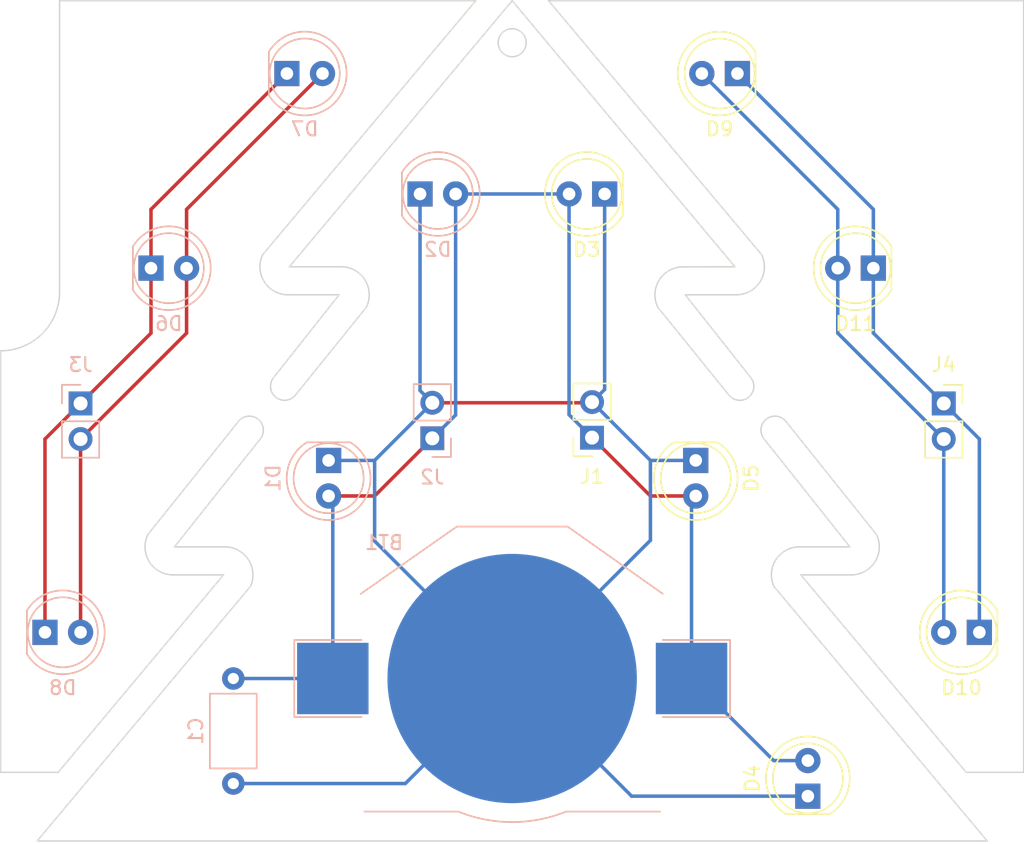
<source format=kicad_pcb>
(kicad_pcb (version 20211014) (generator pcbnew)
  (layers (0 "F.Cu" signal) (31 "B.Cu" signal) (34 "B.Paste" user) (35 "F.Paste" user) (36 "B.SilkS" user "B.Silkscreen") (37 "F.SilkS" user "F.Silkscreen") (38 "B.Mask" user) (39 "F.Mask" user) (44 "Edge.Cuts" user))
  (net 0 "")
  (net 1 "Net-(BT1-Pad1)")
  (net 2 "Net-(BT1-Pad2)")
  (net 3 "Net-(D6-Pad1)")
  (net 4 "Net-(D6-Pad2)")
  (net 5 "Net-(D10-Pad1)")
  (net 6 "Net-(D10-Pad2)")
  (footprint "Connector:mouse-bite-2mm-slot" (layer "F.Cu") (at 77 129.7 -128.7)
    (fp_text reference "mouse-bite-2mm-slot" hide)
    (fp_text value "VAL**" hide)
    (fp_arc (start 2 1) (mid 1 0) (end 2 -1) (layer "Edge.Cuts") (width 0.1))
    (fp_arc (start -2 -1) (mid -1 0) (end -2 1) (layer "Edge.Cuts") (width 0.1))
    (pad "" np_thru_hole circle (at 0.75 0.75 231.3) (size 0.5 0.5) (drill 0.5) (layers F&B.Cu *.Mask))
    (pad "" np_thru_hole circle (at 0.75 -0.75 231.3) (size 0.5 0.5) (drill 0.5) (layers F&B.Cu *.Mask))
    (pad "" np_thru_hole circle (at 0 0.75 231.3) (size 0.5 0.5) (drill 0.5) (layers F&B.Cu *.Mask))
    (pad "" np_thru_hole circle (at 0 -0.75 231.3) (size 0.5 0.5) (drill 0.5) (layers F&B.Cu *.Mask))
    (pad "" np_thru_hole circle (at -0.75 0.75 231.3) (size 0.5 0.5) (drill 0.5) (layers F&B.Cu *.Mask))
    (pad "" np_thru_hole circle (at -0.75 -0.75 231.3) (size 0.5 0.5) (drill 0.5) (layers F&B.Cu *.Mask))
  )
  (footprint "LED_THT:LED_D5.0mm" (layer "F.Cu") (at 115.6 157.4 90)
    (fp_text reference "D4" (at 1.27 -3.96 90) (layer "F.SilkS"))
    (fp_text value "LED")
    (fp_line (start -1.29 -1.545) (end -1.29 1.545) (layer "F.SilkS") (width 0.12))
    (fp_arc (start -1.29 -1.54483) (mid 2.072002 -2.880433) (end 4.26 0.000462) (layer "F.SilkS") (width 0.12))
    (fp_arc (start 4.26 -0.000462) (mid 2.072002 2.880433) (end -1.29 1.54483) (layer "F.SilkS") (width 0.12))
    (fp_circle (center 1.27 0) (end 3.77 0) (layer "F.SilkS") (width 0.12) (fill none))
    (pad "1" thru_hole rect (at 0 0 90) (size 1.8 1.8) (drill 0.9) (layers *.Cu *.Mask) (net 2 "Net-(BT1-Pad2)"))
    (pad "2" thru_hole circle (at 2.54 0 90) (size 1.8 1.8) (drill 0.9) (layers *.Cu *.Mask) (net 1 "Net-(BT1-Pad1)"))
  )
  (footprint "Connector_PinSocket_2.54mm:PinSocket_1x02_P2.54mm_Vertical" (layer "F.Cu") (at 125.3 129.36)
    (fp_text reference "J4" (at 0 -2.77) (layer "F.SilkS"))
    (fp_text value "Conn_01x02_Female" hide)
    (fp_line (start -1.33 1.27) (end 1.33 1.27) (layer "F.SilkS") (width 0.12))
    (fp_line (start -1.33 1.27) (end -1.33 3.87) (layer "F.SilkS") (width 0.12))
    (fp_line (start -1.33 3.87) (end 1.33 3.87) (layer "F.SilkS") (width 0.12))
    (fp_line (start 1.33 -1.33) (end 1.33 0) (layer "F.SilkS") (width 0.12))
    (fp_line (start 0 -1.33) (end 1.33 -1.33) (layer "F.SilkS") (width 0.12))
    (fp_line (start 1.33 1.27) (end 1.33 3.87) (layer "F.SilkS") (width 0.12))
    (pad "1" thru_hole rect (at 0 0) (size 1.7 1.7) (drill 1) (layers *.Cu *.Mask) (net 5 "Net-(D10-Pad1)"))
    (pad "2" thru_hole oval (at 0 2.54) (size 1.7 1.7) (drill 1) (layers *.Cu *.Mask) (net 6 "Net-(D10-Pad2)"))
  )
  (footprint "LED_THT:LED_D5.0mm" (layer "F.Cu") (at 120.275 119.7 180)
    (fp_text reference "D11" (at 1.27 -3.96) (layer "F.SilkS"))
    (fp_text value "LED")
    (fp_line (start -1.29 -1.545) (end -1.29 1.545) (layer "F.SilkS") (width 0.12))
    (fp_arc (start -1.29 -1.54483) (mid 2.072002 -2.880433) (end 4.26 0.000462) (layer "F.SilkS") (width 0.12))
    (fp_arc (start 4.26 -0.000462) (mid 2.072002 2.880433) (end -1.29 1.54483) (layer "F.SilkS") (width 0.12))
    (fp_circle (center 1.27 0) (end 3.77 0) (layer "F.SilkS") (width 0.12) (fill none))
    (pad "1" thru_hole rect (at 0 0 180) (size 1.8 1.8) (drill 0.9) (layers *.Cu *.Mask) (net 5 "Net-(D10-Pad1)"))
    (pad "2" thru_hole circle (at 2.54 0 180) (size 1.8 1.8) (drill 0.9) (layers *.Cu *.Mask) (net 6 "Net-(D10-Pad2)"))
  )
  (footprint "LED_THT:LED_D5.0mm" (layer "F.Cu") (at 127.84 145.7 180)
    (fp_text reference "D10" (at 1.27 -3.96) (layer "F.SilkS"))
    (fp_text value "LED")
    (fp_line (start -1.29 -1.545) (end -1.29 1.545) (layer "F.SilkS") (width 0.12))
    (fp_arc (start 4.26 -0.000462) (mid 2.072002 2.880433) (end -1.29 1.54483) (layer "F.SilkS") (width 0.12))
    (fp_arc (start -1.29 -1.54483) (mid 2.072002 -2.880433) (end 4.26 0.000462) (layer "F.SilkS") (width 0.12))
    (fp_circle (center 1.27 0) (end 3.77 0) (layer "F.SilkS") (width 0.12) (fill none))
    (pad "1" thru_hole rect (at 0 0 180) (size 1.8 1.8) (drill 0.9) (layers *.Cu *.Mask) (net 5 "Net-(D10-Pad1)"))
    (pad "2" thru_hole circle (at 2.54 0 180) (size 1.8 1.8) (drill 0.9) (layers *.Cu *.Mask) (net 6 "Net-(D10-Pad2)"))
  )
  (footprint "Connector_PinSocket_2.54mm:PinSocket_1x02_P2.54mm_Vertical" (layer "F.Cu") (at 100.2 131.8 180)
    (fp_text reference "J1" (at 0 -2.77) (layer "F.SilkS"))
    (fp_text value "Conn_01x02_Female" hide)
    (fp_line (start -1.33 1.27) (end 1.33 1.27) (layer "F.SilkS") (width 0.12))
    (fp_line (start 1.33 -1.33) (end 1.33 0) (layer "F.SilkS") (width 0.12))
    (fp_line (start 0 -1.33) (end 1.33 -1.33) (layer "F.SilkS") (width 0.12))
    (fp_line (start -1.33 3.87) (end 1.33 3.87) (layer "F.SilkS") (width 0.12))
    (fp_line (start -1.33 1.27) (end -1.33 3.87) (layer "F.SilkS") (width 0.12))
    (fp_line (start 1.33 1.27) (end 1.33 3.87) (layer "F.SilkS") (width 0.12))
    (pad "1" thru_hole rect (at 0 0 180) (size 1.7 1.7) (drill 1) (layers *.Cu *.Mask) (net 1 "Net-(BT1-Pad1)"))
    (pad "2" thru_hole oval (at 0 2.54 180) (size 1.7 1.7) (drill 1) (layers *.Cu *.Mask) (net 2 "Net-(BT1-Pad2)"))
  )
  (footprint "LED_THT:LED_D5.0mm" (layer "F.Cu") (at 101.1 114.4 180)
    (fp_text reference "D3" (at 1.27 -3.96) (layer "F.SilkS"))
    (fp_text value "LED")
    (fp_line (start -1.29 -1.545) (end -1.29 1.545) (layer "F.SilkS") (width 0.12))
    (fp_arc (start -1.29 -1.54483) (mid 2.072002 -2.880433) (end 4.26 0.000462) (layer "F.SilkS") (width 0.12))
    (fp_arc (start 4.26 -0.000462) (mid 2.072002 2.880433) (end -1.29 1.54483) (layer "F.SilkS") (width 0.12))
    (fp_circle (center 1.27 0) (end 3.77 0) (layer "F.SilkS") (width 0.12) (fill none))
    (pad "1" thru_hole rect (at 0 0 180) (size 1.8 1.8) (drill 0.9) (layers *.Cu *.Mask) (net 2 "Net-(BT1-Pad2)"))
    (pad "2" thru_hole circle (at 2.54 0 180) (size 1.8 1.8) (drill 0.9) (layers *.Cu *.Mask) (net 1 "Net-(BT1-Pad1)"))
  )
  (footprint "LED_THT:LED_D5.0mm" (layer "F.Cu") (at 110.575 105.8 180)
    (fp_text reference "D9" (at 1.27 -3.96) (layer "F.SilkS"))
    (fp_text value "LED")
    (fp_line (start -1.29 -1.545) (end -1.29 1.545) (layer "F.SilkS") (width 0.12))
    (fp_arc (start 4.26 -0.000462) (mid 2.072002 2.880433) (end -1.29 1.54483) (layer "F.SilkS") (width 0.12))
    (fp_arc (start -1.29 -1.54483) (mid 2.072002 -2.880433) (end 4.26 0.000462) (layer "F.SilkS") (width 0.12))
    (fp_circle (center 1.27 0) (end 3.77 0) (layer "F.SilkS") (width 0.12) (fill none))
    (pad "1" thru_hole rect (at 0 0 180) (size 1.8 1.8) (drill 0.9) (layers *.Cu *.Mask) (net 5 "Net-(D10-Pad1)"))
    (pad "2" thru_hole circle (at 2.54 0 180) (size 1.8 1.8) (drill 0.9) (layers *.Cu *.Mask) (net 6 "Net-(D10-Pad2)"))
  )
  (footprint "LED_THT:LED_D5.0mm" (layer "F.Cu") (at 107.6 133.425 -90)
    (fp_text reference "D5" (at 1.27 -3.96 90) (layer "F.SilkS"))
    (fp_text value "LED")
    (fp_line (start -1.29 -1.545) (end -1.29 1.545) (layer "F.SilkS") (width 0.12))
    (fp_arc (start 4.26 -0.000462) (mid 2.072002 2.880433) (end -1.29 1.54483) (layer "F.SilkS") (width 0.12))
    (fp_arc (start -1.29 -1.54483) (mid 2.072002 -2.880433) (end 4.26 0.000462) (layer "F.SilkS") (width 0.12))
    (fp_circle (center 1.27 0) (end 3.77 0) (layer "F.SilkS") (width 0.12) (fill none))
    (pad "1" thru_hole rect (at 0 0 270) (size 1.8 1.8) (drill 0.9) (layers *.Cu *.Mask) (net 2 "Net-(BT1-Pad2)"))
    (pad "2" thru_hole circle (at 2.54 0 270) (size 1.8 1.8) (drill 0.9) (layers *.Cu *.Mask) (net 1 "Net-(BT1-Pad1)"))
  )
  (footprint "LED_THT:LED_D5.0mm" (layer "B.Cu") (at 61.16 145.7)
    (fp_text reference "D8" (at 1.27 3.96) (layer "B.SilkS") (effects (justify mirror)))
    (fp_text value "LED")
    (fp_line (start -1.29 1.545) (end -1.29 -1.545) (layer "B.SilkS") (width 0.12))
    (fp_arc (start 4.26 -0.000462) (mid 2.072002 2.880433) (end -1.29 1.54483) (layer "B.SilkS") (width 0.12))
    (fp_arc (start -1.29 -1.54483) (mid 2.072002 -2.880433) (end 4.26 0.000462) (layer "B.SilkS") (width 0.12))
    (fp_circle (center 1.27 0) (end 3.77 0) (layer "B.SilkS") (width 0.12) (fill none))
    (pad "1" thru_hole rect (at 0 0) (size 1.8 1.8) (drill 0.9) (layers *.Cu *.Mask) (net 3 "Net-(D6-Pad1)"))
    (pad "2" thru_hole circle (at 2.54 0) (size 1.8 1.8) (drill 0.9) (layers *.Cu *.Mask) (net 4 "Net-(D6-Pad2)"))
  )
  (footprint "Capacitor_THT:C_Axial_L5.1mm_D3.1mm_P7.50mm_Horizontal" (layer "B.Cu") (at 74.6 149 -90)
    (fp_text reference "C1" (at 3.75 2.67 90) (layer "B.SilkS") (effects (justify mirror)))
    (fp_text value "C")
    (fp_line (start 6.42 -1.67) (end 6.42 1.67) (layer "B.SilkS") (width 0.12))
    (fp_line (start 6.42 1.67) (end 1.08 1.67) (layer "B.SilkS") (width 0.12))
    (fp_line (start 1.04 0) (end 1.08 0) (layer "B.SilkS") (width 0.12))
    (fp_line (start 1.08 -1.67) (end 6.42 -1.67) (layer "B.SilkS") (width 0.12))
    (fp_line (start 1.08 1.67) (end 1.08 -1.67) (layer "B.SilkS") (width 0.12))
    (fp_line (start 6.46 0) (end 6.42 0) (layer "B.SilkS") (width 0.12))
    (pad "1" thru_hole circle (at 0 0 270) (size 1.6 1.6) (drill 0.8) (layers *.Cu *.Mask) (net 1 "Net-(BT1-Pad1)"))
    (pad "2" thru_hole oval (at 7.5 0 270) (size 1.6 1.6) (drill 0.8) (layers *.Cu *.Mask) (net 2 "Net-(BT1-Pad2)"))
  )
  (footprint "LED_THT:LED_D5.0mm" (layer "B.Cu") (at 78.425 105.8)
    (fp_text reference "D7" (at 1.27 3.96) (layer "B.SilkS") (effects (justify mirror)))
    (fp_text value "LED")
    (fp_line (start -1.29 1.545) (end -1.29 -1.545) (layer "B.SilkS") (width 0.12))
    (fp_arc (start 4.26 -0.000462) (mid 2.072002 2.880433) (end -1.29 1.54483) (layer "B.SilkS") (width 0.12))
    (fp_arc (start -1.29 -1.54483) (mid 2.072002 -2.880433) (end 4.26 0.000462) (layer "B.SilkS") (width 0.12))
    (fp_circle (center 1.27 0) (end 3.77 0) (layer "B.SilkS") (width 0.12) (fill none))
    (pad "1" thru_hole rect (at 0 0) (size 1.8 1.8) (drill 0.9) (layers *.Cu *.Mask) (net 3 "Net-(D6-Pad1)"))
    (pad "2" thru_hole circle (at 2.54 0) (size 1.8 1.8) (drill 0.9) (layers *.Cu *.Mask) (net 4 "Net-(D6-Pad2)"))
  )
  (footprint "Battery:BatteryHolder_Keystone_3002_1x2032" (layer "B.Cu") (at 94.5 149)
    (fp_text reference "BT1" (at -9.15 -9.7) (layer "B.SilkS") (effects (justify mirror)))
    (fp_text value "3V")
    (fp_line (start 15.55 2.75) (end 10.75 2.75) (layer "B.SilkS") (width 0.12))
    (fp_line (start -10.75 2.75) (end -15.55 2.75) (layer "B.SilkS") (width 0.12))
    (fp_line (start 10.75 -2.75) (end 15.55 -2.75) (layer "B.SilkS") (width 0.12))
    (fp_line (start 10.55 9.5) (end 3.85 9.5) (layer "B.SilkS") (width 0.12))
    (fp_line (start 15.55 -2.75) (end 15.55 2.75) (layer "B.SilkS") (width 0.12))
    (fp_line (start -15.55 -2.75) (end -10.75 -2.75) (layer "B.SilkS") (width 0.12))
    (fp_line (start -10.55 9.5) (end -3.85 9.5) (layer "B.SilkS") (width 0.12))
    (fp_line (start -3.95 -10.85) (end 3.95 -10.85) (layer "B.SilkS") (width 0.12))
    (fp_line (start -15.55 2.75) (end -15.55 -2.75) (layer "B.SilkS") (width 0.12))
    (fp_line (start -10.8 -6.05) (end -3.95 -10.85) (layer "B.SilkS") (width 0.12))
    (fp_line (start 3.95 -10.85) (end 10.75 -6.05) (layer "B.SilkS") (width 0.12))
    (fp_arc (start 3.85 9.5) (mid 0.00195 10.250488) (end -3.846385 9.501464) (layer "B.SilkS") (width 0.12))
    (pad "1" smd rect (at 12.8 0) (size 5.1 5.1) (layers "B.Cu" "B.Paste" "B.Mask") (net 1 "Net-(BT1-Pad1)"))
    (pad "1" smd rect (at -12.8 0) (size 5.1 5.1) (layers "B.Cu" "B.Paste" "B.Mask") (net 1 "Net-(BT1-Pad1)"))
    (pad "2" smd circle (at 0 0) (size 17.8 17.8) (layers "B.Cu" "B.Mask") (net 2 "Net-(BT1-Pad2)"))
  )
  (footprint "LED_THT:LED_D5.0mm" (layer "B.Cu") (at 81.4 133.425 -90)
    (fp_text reference "D1" (at 1.27 3.96 90) (layer "B.SilkS") (effects (justify mirror)))
    (fp_text value "LED")
    (fp_line (start -1.29 1.545) (end -1.29 -1.545) (layer "B.SilkS") (width 0.12))
    (fp_arc (start 4.26 -0.000462) (mid 2.072002 2.880433) (end -1.29 1.54483) (layer "B.SilkS") (width 0.12))
    (fp_arc (start -1.29 -1.54483) (mid 2.072002 -2.880433) (end 4.26 0.000462) (layer "B.SilkS") (width 0.12))
    (fp_circle (center 1.27 0) (end 3.77 0) (layer "B.SilkS") (width 0.12) (fill none))
    (pad "1" thru_hole rect (at 0 0 270) (size 1.8 1.8) (drill 0.9) (layers *.Cu *.Mask) (net 2 "Net-(BT1-Pad2)"))
    (pad "2" thru_hole circle (at 2.54 0 270) (size 1.8 1.8) (drill 0.9) (layers *.Cu *.Mask) (net 1 "Net-(BT1-Pad1)"))
  )
  (footprint "LED_THT:LED_D5.0mm" (layer "B.Cu") (at 68.725 119.7)
    (fp_text reference "D6" (at 1.27 3.96) (layer "B.SilkS") (effects (justify mirror)))
    (fp_text value "LED")
    (fp_line (start -1.29 1.545) (end -1.29 -1.545) (layer "B.SilkS") (width 0.12))
    (fp_arc (start 4.26 -0.000462) (mid 2.072002 2.880433) (end -1.29 1.54483) (layer "B.SilkS") (width 0.12))
    (fp_arc (start -1.29 -1.54483) (mid 2.072002 -2.880433) (end 4.26 0.000462) (layer "B.SilkS") (width 0.12))
    (fp_circle (center 1.27 0) (end 3.77 0) (layer "B.SilkS") (width 0.12) (fill none))
    (pad "1" thru_hole rect (at 0 0) (size 1.8 1.8) (drill 0.9) (layers *.Cu *.Mask) (net 3 "Net-(D6-Pad1)"))
    (pad "2" thru_hole circle (at 2.54 0) (size 1.8 1.8) (drill 0.9) (layers *.Cu *.Mask) (net 4 "Net-(D6-Pad2)"))
  )
  (footprint "Connector_PinSocket_2.54mm:PinSocket_1x02_P2.54mm_Vertical" (layer "B.Cu") (at 63.7 129.36 180)
    (fp_text reference "J3" (at 0 2.77) (layer "B.SilkS") (effects (justify mirror)))
    (fp_text value "Conn_01x02_Female" hide)
    (fp_line (start 1.33 1.33) (end 1.33 0) (layer "B.SilkS") (width 0.12))
    (fp_line (start -1.33 -1.27) (end 1.33 -1.27) (layer "B.SilkS") (width 0.12))
    (fp_line (start -1.33 -3.87) (end 1.33 -3.87) (layer "B.SilkS") (width 0.12))
    (fp_line (start 1.33 -1.27) (end 1.33 -3.87) (layer "B.SilkS") (width 0.12))
    (fp_line (start 0 1.33) (end 1.33 1.33) (layer "B.SilkS") (width 0.12))
    (fp_line (start -1.33 -1.27) (end -1.33 -3.87) (layer "B.SilkS") (width 0.12))
    (pad "1" thru_hole rect (at 0 0 180) (size 1.7 1.7) (drill 1) (layers *.Cu *.Mask) (net 3 "Net-(D6-Pad1)"))
    (pad "2" thru_hole oval (at 0 -2.54 180) (size 1.7 1.7) (drill 1) (layers *.Cu *.Mask) (net 4 "Net-(D6-Pad2)"))
  )
  (footprint "Connector:mouse-bite-2mm-slot" (layer "B.Cu") (at 112 129.7 -51.3)
    (fp_text reference "mouse-bite-2mm-slot" hide)
    (fp_text value "VAL**" hide)
    (fp_arc (start -2 -1) (mid -1 0) (end -2 1) (layer "Edge.Cuts") (width 0.1))
    (fp_arc (start 2 1) (mid 1 0) (end 2 -1) (layer "Edge.Cuts") (width 0.1))
    (pad "" np_thru_hole circle (at 0.75 -0.75 308.7) (size 0.5 0.5) (drill 0.5) (layers *.Cu *.Mask))
    (pad "" np_thru_hole circle (at 0 0.75 308.7) (size 0.5 0.5) (drill 0.5) (layers *.Cu *.Mask))
    (pad "" np_thru_hole circle (at -0.75 0.75 308.7) (size 0.5 0.5) (drill 0.5) (layers *.Cu *.Mask))
    (pad "" np_thru_hole circle (at 0 -0.75 308.7) (size 0.5 0.5) (drill 0.5) (layers *.Cu *.Mask))
    (pad "" np_thru_hole circle (at 0.75 0.75 308.7) (size 0.5 0.5) (drill 0.5) (layers *.Cu *.Mask))
    (pad "" np_thru_hole circle (at -0.75 -0.75 308.7) (size 0.5 0.5) (drill 0.5) (layers *.Cu *.Mask))
  )
  (footprint "Connector_PinSocket_2.54mm:PinSocket_1x02_P2.54mm_Vertical" (layer "B.Cu") (at 88.8 131.85)
    (fp_text reference "J2" (at 0 2.77) (layer "B.SilkS") (effects (justify mirror)))
    (fp_text value "Conn_01x02_Female" hide)
    (fp_line (start 1.33 1.33) (end 1.33 0) (layer "B.SilkS") (width 0.12))
    (fp_line (start 1.33 -1.27) (end 1.33 -3.87) (layer "B.SilkS") (width 0.12))
    (fp_line (start -1.33 -1.27) (end 1.33 -1.27) (layer "B.SilkS") (width 0.12))
    (fp_line (start -1.33 -1.27) (end -1.33 -3.87) (layer "B.SilkS") (width 0.12))
    (fp_line (start 0 1.33) (end 1.33 1.33) (layer "B.SilkS") (width 0.12))
    (fp_line (start -1.33 -3.87) (end 1.33 -3.87) (layer "B.SilkS") (width 0.12))
    (pad "1" thru_hole rect (at 0 0) (size 1.7 1.7) (drill 1) (layers *.Cu *.Mask) (net 1 "Net-(BT1-Pad1)"))
    (pad "2" thru_hole oval (at 0 -2.54) (size 1.7 1.7) (drill 1) (layers *.Cu *.Mask) (net 2 "Net-(BT1-Pad2)"))
  )
  (footprint "LED_THT:LED_D5.0mm" (layer "B.Cu") (at 87.925 114.4)
    (fp_text reference "D2" (at 1.27 3.96) (layer "B.SilkS") (effects (justify mirror)))
    (fp_text value "LED")
    (fp_line (start -1.29 1.545) (end -1.29 -1.545) (layer "B.SilkS") (width 0.12))
    (fp_arc (start -1.29 -1.54483) (mid 2.072002 -2.880433) (end 4.26 0.000462) (layer "B.SilkS") (width 0.12))
    (fp_arc (start 4.26 -0.000462) (mid 2.072002 2.880433) (end -1.29 1.54483) (layer "B.SilkS") (width 0.12))
    (fp_circle (center 1.27 0) (end 3.77 0) (layer "B.SilkS") (width 0.12) (fill none))
    (pad "1" thru_hole rect (at 0 0) (size 1.8 1.8) (drill 0.9) (layers *.Cu *.Mask) (net 2 "Net-(BT1-Pad2)"))
    (pad "2" thru_hole circle (at 2.54 0) (size 1.8 1.8) (drill 0.9) (layers *.Cu *.Mask) (net 1 "Net-(BT1-Pad1)"))
  )
  (gr_line (start 131 100.6) (end 97.1 100.6) (layer "Edge.Cuts") (width 0.1))
  (gr_line (start 114.030916 130.635618) (end 120.488854 138.705573) (layer "Edge.Cuts") (width 0.1))
  (gr_line (start 115.1 141.6) (end 126.9 155.7) (layer "Edge.Cuts") (width 0.1))
  (gr_line (start 110.5 121.6) (end 106.85 121.6) (layer "Edge.Cuts") (width 0.1))
  (gr_arc (start 112.303046 118.734538) (mid 112.192767 120.665147) (end 110.5 121.6) (layer "Edge.Cuts") (width 0.1))
  (gr_arc (start 82.3 119.6) (mid 84.001302 120.548538) (end 84.088854 122.494427) (layer "Edge.Cuts") (width 0.1))
  (gr_line (start 76.696954 118.734538) (end 91.9 100.6) (layer "Edge.Cuts") (width 0.1))
  (gr_line (start 77.470055 127.513897) (end 82.15 121.6) (layer "Edge.Cuts") (width 0.1))
  (gr_arc (start 78.5 121.6) (mid 76.807232 120.665147) (end 76.696954 118.734538) (layer "Edge.Cuts") (width 0.1))
  (gr_line (start 73.9 141.6) (end 70.3 141.6) (layer "Edge.Cuts") (width 0.1))
  (gr_arc (start 104.9 122.5) (mid 104.987574 120.554123) (end 106.688854 119.605573) (layer "Edge.Cuts") (width 0.1))
  (gr_line (start 118.6 139.6) (end 112.470055 131.886103) (layer "Edge.Cuts") (width 0.1))
  (gr_arc (start 70.3 141.6) (mid 68.598698 140.651462) (end 68.511146 138.705573) (layer "Edge.Cuts") (width 0.1))
  (gr_line (start 118.6 139.6) (end 115 139.6) (layer "Edge.Cuts") (width 0.1))
  (gr_line (start 84.088854 122.494427) (end 79.030916 128.764382) (layer "Edge.Cuts") (width 0.1))
  (gr_line (start 118.7 141.6) (end 115.1 141.6) (layer "Edge.Cuts") (width 0.1))
  (gr_line (start 113.176157 142.420729) (end 128.4 160.6) (layer "Edge.Cuts") (width 0.1))
  (gr_line (start 131 155.7) (end 131 100.6) (layer "Edge.Cuts") (width 0.1))
  (gr_arc (start 74 139.6) (mid 75.679503 140.514058) (end 75.823843 142.420729) (layer "Edge.Cuts") (width 0.1))
  (gr_line (start 128.4 160.6) (end 60.6 160.6) (layer "Edge.Cuts") (width 0.1))
  (gr_line (start 76.529945 131.886103) (end 70.4 139.6) (layer "Edge.Cuts") (width 0.1))
  (gr_line (start 58 125.6) (end 58 155.7) (layer "Edge.Cuts") (width 0.1))
  (gr_line (start 110.4 119.6) (end 106.688854 119.605573) (layer "Edge.Cuts") (width 0.1))
  (gr_line (start 62.1 155.7) (end 73.9 141.6) (layer "Edge.Cuts") (width 0.1))
  (gr_line (start 58 155.7) (end 62.1 155.7) (layer "Edge.Cuts") (width 0.1))
  (gr_arc (start 120.488854 138.705573) (mid 120.401301 140.651462) (end 118.7 141.6) (layer "Edge.Cuts") (width 0.1))
  (gr_line (start 82.3 119.6) (end 78.6 119.6) (layer "Edge.Cuts") (width 0.1))
  (gr_line (start 106.85 121.6) (end 111.529945 127.513897) (layer "Edge.Cuts") (width 0.1))
  (gr_line (start 91.9 100.6) (end 62.2 100.6) (layer "Edge.Cuts") (width 0.1))
  (gr_line (start 78.6 119.6) (end 94.5 100.6) (layer "Edge.Cuts") (width 0.1))
  (gr_line (start 62.2 121.4) (end 62.2 100.6) (layer "Edge.Cuts") (width 0.1))
  (gr_line (start 68.511146 138.705573) (end 74.969084 130.635618) (layer "Edge.Cuts") (width 0.1))
  (gr_line (start 94.5 100.6) (end 110.4 119.6) (layer "Edge.Cuts") (width 0.1))
  (gr_line (start 109.969084 128.764382) (end 104.9 122.5) (layer "Edge.Cuts") (width 0.1))
  (gr_line (start 126.9 155.7) (end 131 155.7) (layer "Edge.Cuts") (width 0.1))
  (gr_line (start 74 139.6) (end 70.4 139.6) (layer "Edge.Cuts") (width 0.1))
  (gr_line (start 97.1 100.6) (end 112.303046 118.734538) (layer "Edge.Cuts") (width 0.1))
  (gr_arc (start 113.176157 142.420729) (mid 113.320498 140.514058) (end 115 139.6) (layer "Edge.Cuts") (width 0.1))
  (gr_arc (start 62.2 121.4) (mid 60.970083 124.370083) (end 58 125.6) (layer "Edge.Cuts") (width 0.1))
  (gr_circle (center 94.5 103.6) (end 94.5 104.6) (layer "Edge.Cuts") (width 0.1) (fill none))
  (gr_line (start 60.6 160.6) (end 75.823843 142.420729) (layer "Edge.Cuts") (width 0.1))
  (gr_line (start 82.15 121.6) (end 78.5 121.6) (layer "Edge.Cuts") (width 0.1))
  (segment (start 84.685 135.965) (end 88.8 131.85) (width 0.25) (layer "F.Cu") (net 1))
  (segment (start 107.6 135.965) (end 104.365 135.965) (width 0.25) (layer "F.Cu") (net 1))
  (segment (start 104.365 135.965) (end 100.2 131.8) (width 0.25) (layer "F.Cu") (net 1))
  (segment (start 81.4 135.965) (end 84.685 135.965) (width 0.25) (layer "F.Cu") (net 1))
  (segment (start 81.7 136.265) (end 81.4 135.965) (width 0.25) (layer "B.Cu") (net 1))
  (segment (start 90.465 130.185) (end 90.465 114.4) (width 0.25) (layer "B.Cu") (net 1))
  (segment (start 113.16 154.86) (end 107.3 149) (width 0.25) (layer "B.Cu") (net 1))
  (segment (start 115.6 154.86) (end 113.16 154.86) (width 0.25) (layer "B.Cu") (net 1))
  (segment (start 88.8 131.85) (end 90.465 130.185) (width 0.25) (layer "B.Cu") (net 1))
  (segment (start 107.3 136.265) (end 107.6 135.965) (width 0.25) (layer "B.Cu") (net 1))
  (segment (start 81.7 149) (end 81.7 136.265) (width 0.25) (layer "B.Cu") (net 1))
  (segment (start 98.56 130.16) (end 100.2 131.8) (width 0.25) (layer "B.Cu") (net 1))
  (segment (start 81.7 149) (end 74.6 149) (width 0.25) (layer "B.Cu") (net 1))
  (segment (start 90.465 114.4) (end 98.56 114.4) (width 0.25) (layer "B.Cu") (net 1))
  (segment (start 107.3 149) (end 107.3 136.265) (width 0.25) (layer "B.Cu") (net 1))
  (segment (start 98.56 114.4) (end 98.56 130.16) (width 0.25) (layer "B.Cu") (net 1))
  (segment (start 88.8 129.31) (end 100.15 129.31) (width 0.25) (layer "F.Cu") (net 2))
  (segment (start 100.15 129.31) (end 100.2 129.26) (width 0.25) (layer "F.Cu") (net 2))
  (segment (start 107.6 133.425) (end 104.365 133.425) (width 0.25) (layer "B.Cu") (net 2))
  (segment (start 104.365 139.135) (end 104.365 133.425) (width 0.25) (layer "B.Cu") (net 2))
  (segment (start 94.5 149) (end 104.365 139.135) (width 0.25) (layer "B.Cu") (net 2))
  (segment (start 101.1 128.36) (end 101.1 114.4) (width 0.25) (layer "B.Cu") (net 2))
  (segment (start 86.875 156.5) (end 94.375 149) (width 0.25) (layer "B.Cu") (net 2))
  (segment (start 87.925 128.435) (end 88.8 129.31) (width 0.25) (layer "B.Cu") (net 2))
  (segment (start 81.4 133.425) (end 84.685 133.425) (width 0.25) (layer "B.Cu") (net 2))
  (segment (start 87.925 114.4) (end 87.925 128.435) (width 0.25) (layer "B.Cu") (net 2))
  (segment (start 74.6 156.5) (end 86.875 156.5) (width 0.25) (layer "B.Cu") (net 2))
  (segment (start 94.5 149) (end 84.685 139.185) (width 0.25) (layer "B.Cu") (net 2))
  (segment (start 103.025 157.4) (end 94.625 149) (width 0.25) (layer "B.Cu") (net 2))
  (segment (start 100.2 129.26) (end 101.1 128.36) (width 0.25) (layer "B.Cu") (net 2))
  (segment (start 84.685 139.185) (end 84.685 133.425) (width 0.25) (layer "B.Cu") (net 2))
  (segment (start 84.685 133.425) (end 88.8 129.31) (width 0.25) (layer "B.Cu") (net 2))
  (segment (start 115.6 157.4) (end 103.025 157.4) (width 0.25) (layer "B.Cu") (net 2))
  (segment (start 104.365 133.425) (end 100.2 129.26) (width 0.25) (layer "B.Cu") (net 2))
  (segment (start 63.7 129.36) (end 68.72552 124.33448) (width 0.25) (layer "F.Cu") (net 3))
  (segment (start 68.725 115.5) (end 78.425 105.8) (width 0.25) (layer "F.Cu") (net 3))
  (segment (start 61.16 131.9) (end 63.7 129.36) (width 0.25) (layer "F.Cu") (net 3))
  (segment (start 61.16 145.7) (end 61.16 131.9) (width 0.25) (layer "F.Cu") (net 3))
  (segment (start 68.725 119.7) (end 68.725 115.5) (width 0.25) (layer "F.Cu") (net 3))
  (segment (start 68.72552 124.33448) (end 68.72552 119.785213) (width 0.25) (layer "F.Cu") (net 3))
  (segment (start 63.7 145.7) (end 63.7 131.9) (width 0.25) (layer "F.Cu") (net 4))
  (segment (start 71.265 115.5) (end 80.965 105.8) (width 0.25) (layer "F.Cu") (net 4))
  (segment (start 71.265 119.7) (end 71.265 115.5) (width 0.25) (layer "F.Cu") (net 4))
  (segment (start 63.7 131.9) (end 71.265425 124.334575) (width 0.25) (layer "F.Cu") (net 4))
  (segment (start 71.265425 124.334575) (end 71.265425 119.769725) (width 0.25) (layer "F.Cu") (net 4))
  (segment (start 120.275 115.5) (end 110.575 105.8) (width 0.25) (layer "B.Cu") (net 5))
  (segment (start 127.84 145.7) (end 127.84 131.9) (width 0.25) (layer "B.Cu") (net 5))
  (segment (start 120.275 119.7) (end 120.275 115.5) (width 0.25) (layer "B.Cu") (net 5))
  (segment (start 120.275 124.335) (end 125.3 129.36) (width 0.25) (layer "B.Cu") (net 5))
  (segment (start 120.275 119.7) (end 120.275 124.335) (width 0.25) (layer "B.Cu") (net 5))
  (segment (start 127.84 131.9) (end 125.3 129.36) (width 0.25) (layer "B.Cu") (net 5))
  (segment (start 125.3 131.9) (end 117.735 124.335) (width 0.25) (layer "B.Cu") (net 6))
  (segment (start 117.735 115.5) (end 108.035 105.8) (width 0.25) (layer "B.Cu") (net 6))
  (segment (start 117.735 124.335) (end 117.735 119.7) (width 0.25) (layer "B.Cu") (net 6))
  (segment (start 117.735 119.7) (end 117.735 115.5) (width 0.25) (layer "B.Cu") (net 6))
  (segment (start 125.3 145.7) (end 125.3 131.9) (width 0.25) (layer "B.Cu") (net 6))
)
</source>
